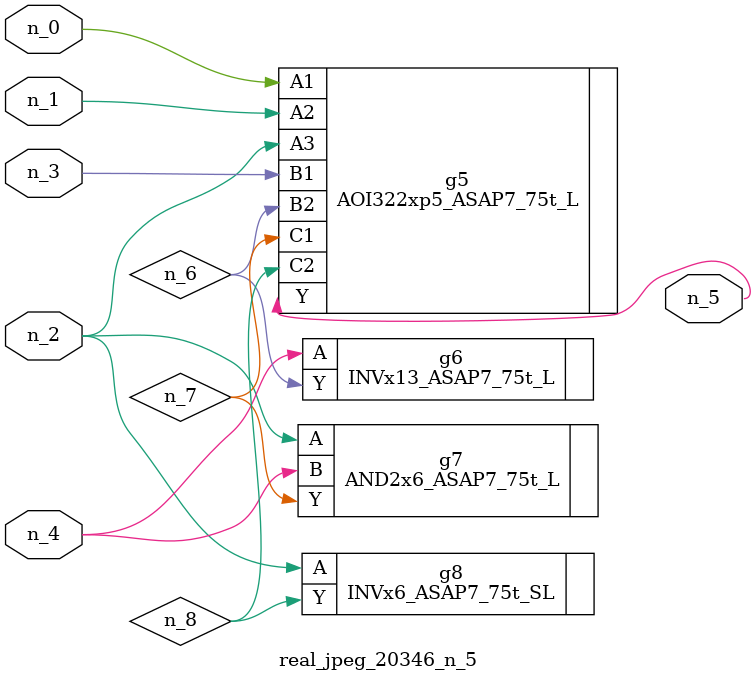
<source format=v>
module real_jpeg_20346_n_5 (n_4, n_0, n_1, n_2, n_3, n_5);

input n_4;
input n_0;
input n_1;
input n_2;
input n_3;

output n_5;

wire n_8;
wire n_6;
wire n_7;

AOI322xp5_ASAP7_75t_L g5 ( 
.A1(n_0),
.A2(n_1),
.A3(n_2),
.B1(n_3),
.B2(n_6),
.C1(n_7),
.C2(n_8),
.Y(n_5)
);

AND2x6_ASAP7_75t_L g7 ( 
.A(n_2),
.B(n_4),
.Y(n_7)
);

INVx6_ASAP7_75t_SL g8 ( 
.A(n_2),
.Y(n_8)
);

INVx13_ASAP7_75t_L g6 ( 
.A(n_4),
.Y(n_6)
);


endmodule
</source>
